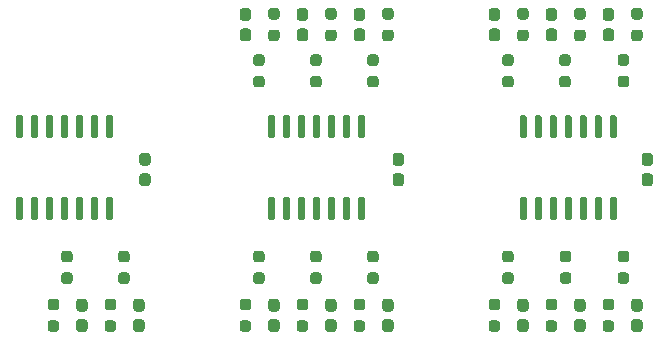
<source format=gbp>
%TF.GenerationSoftware,KiCad,Pcbnew,(5.1.9-0-10_14)*%
%TF.CreationDate,2021-06-23T09:28:56+02:00*%
%TF.ProjectId,MechanicalTheatre,4d656368-616e-4696-9361-6c5468656174,rev?*%
%TF.SameCoordinates,Original*%
%TF.FileFunction,Paste,Bot*%
%TF.FilePolarity,Positive*%
%FSLAX46Y46*%
G04 Gerber Fmt 4.6, Leading zero omitted, Abs format (unit mm)*
G04 Created by KiCad (PCBNEW (5.1.9-0-10_14)) date 2021-06-23 09:28:56*
%MOMM*%
%LPD*%
G01*
G04 APERTURE LIST*
G04 APERTURE END LIST*
%TO.C,R18*%
G36*
G01*
X120158500Y-181546000D02*
X120633500Y-181546000D01*
G75*
G02*
X120871000Y-181783500I0J-237500D01*
G01*
X120871000Y-182283500D01*
G75*
G02*
X120633500Y-182521000I-237500J0D01*
G01*
X120158500Y-182521000D01*
G75*
G02*
X119921000Y-182283500I0J237500D01*
G01*
X119921000Y-181783500D01*
G75*
G02*
X120158500Y-181546000I237500J0D01*
G01*
G37*
G36*
G01*
X120158500Y-179721000D02*
X120633500Y-179721000D01*
G75*
G02*
X120871000Y-179958500I0J-237500D01*
G01*
X120871000Y-180458500D01*
G75*
G02*
X120633500Y-180696000I-237500J0D01*
G01*
X120158500Y-180696000D01*
G75*
G02*
X119921000Y-180458500I0J237500D01*
G01*
X119921000Y-179958500D01*
G75*
G02*
X120158500Y-179721000I237500J0D01*
G01*
G37*
%TD*%
%TO.C,R19*%
G36*
G01*
X121364500Y-177482000D02*
X121839500Y-177482000D01*
G75*
G02*
X122077000Y-177719500I0J-237500D01*
G01*
X122077000Y-178219500D01*
G75*
G02*
X121839500Y-178457000I-237500J0D01*
G01*
X121364500Y-178457000D01*
G75*
G02*
X121127000Y-178219500I0J237500D01*
G01*
X121127000Y-177719500D01*
G75*
G02*
X121364500Y-177482000I237500J0D01*
G01*
G37*
G36*
G01*
X121364500Y-175657000D02*
X121839500Y-175657000D01*
G75*
G02*
X122077000Y-175894500I0J-237500D01*
G01*
X122077000Y-176394500D01*
G75*
G02*
X121839500Y-176632000I-237500J0D01*
G01*
X121364500Y-176632000D01*
G75*
G02*
X121127000Y-176394500I0J237500D01*
G01*
X121127000Y-175894500D01*
G75*
G02*
X121364500Y-175657000I237500J0D01*
G01*
G37*
%TD*%
%TO.C,U14*%
G36*
G01*
X83130000Y-166141000D02*
X82830000Y-166141000D01*
G75*
G02*
X82680000Y-165991000I0J150000D01*
G01*
X82680000Y-164316000D01*
G75*
G02*
X82830000Y-164166000I150000J0D01*
G01*
X83130000Y-164166000D01*
G75*
G02*
X83280000Y-164316000I0J-150000D01*
G01*
X83280000Y-165991000D01*
G75*
G02*
X83130000Y-166141000I-150000J0D01*
G01*
G37*
G36*
G01*
X81860000Y-166141000D02*
X81560000Y-166141000D01*
G75*
G02*
X81410000Y-165991000I0J150000D01*
G01*
X81410000Y-164316000D01*
G75*
G02*
X81560000Y-164166000I150000J0D01*
G01*
X81860000Y-164166000D01*
G75*
G02*
X82010000Y-164316000I0J-150000D01*
G01*
X82010000Y-165991000D01*
G75*
G02*
X81860000Y-166141000I-150000J0D01*
G01*
G37*
G36*
G01*
X80590000Y-166141000D02*
X80290000Y-166141000D01*
G75*
G02*
X80140000Y-165991000I0J150000D01*
G01*
X80140000Y-164316000D01*
G75*
G02*
X80290000Y-164166000I150000J0D01*
G01*
X80590000Y-164166000D01*
G75*
G02*
X80740000Y-164316000I0J-150000D01*
G01*
X80740000Y-165991000D01*
G75*
G02*
X80590000Y-166141000I-150000J0D01*
G01*
G37*
G36*
G01*
X79320000Y-166141000D02*
X79020000Y-166141000D01*
G75*
G02*
X78870000Y-165991000I0J150000D01*
G01*
X78870000Y-164316000D01*
G75*
G02*
X79020000Y-164166000I150000J0D01*
G01*
X79320000Y-164166000D01*
G75*
G02*
X79470000Y-164316000I0J-150000D01*
G01*
X79470000Y-165991000D01*
G75*
G02*
X79320000Y-166141000I-150000J0D01*
G01*
G37*
G36*
G01*
X78050000Y-166141000D02*
X77750000Y-166141000D01*
G75*
G02*
X77600000Y-165991000I0J150000D01*
G01*
X77600000Y-164316000D01*
G75*
G02*
X77750000Y-164166000I150000J0D01*
G01*
X78050000Y-164166000D01*
G75*
G02*
X78200000Y-164316000I0J-150000D01*
G01*
X78200000Y-165991000D01*
G75*
G02*
X78050000Y-166141000I-150000J0D01*
G01*
G37*
G36*
G01*
X76780000Y-166141000D02*
X76480000Y-166141000D01*
G75*
G02*
X76330000Y-165991000I0J150000D01*
G01*
X76330000Y-164316000D01*
G75*
G02*
X76480000Y-164166000I150000J0D01*
G01*
X76780000Y-164166000D01*
G75*
G02*
X76930000Y-164316000I0J-150000D01*
G01*
X76930000Y-165991000D01*
G75*
G02*
X76780000Y-166141000I-150000J0D01*
G01*
G37*
G36*
G01*
X75510000Y-166141000D02*
X75210000Y-166141000D01*
G75*
G02*
X75060000Y-165991000I0J150000D01*
G01*
X75060000Y-164316000D01*
G75*
G02*
X75210000Y-164166000I150000J0D01*
G01*
X75510000Y-164166000D01*
G75*
G02*
X75660000Y-164316000I0J-150000D01*
G01*
X75660000Y-165991000D01*
G75*
G02*
X75510000Y-166141000I-150000J0D01*
G01*
G37*
G36*
G01*
X75510000Y-173066000D02*
X75210000Y-173066000D01*
G75*
G02*
X75060000Y-172916000I0J150000D01*
G01*
X75060000Y-171241000D01*
G75*
G02*
X75210000Y-171091000I150000J0D01*
G01*
X75510000Y-171091000D01*
G75*
G02*
X75660000Y-171241000I0J-150000D01*
G01*
X75660000Y-172916000D01*
G75*
G02*
X75510000Y-173066000I-150000J0D01*
G01*
G37*
G36*
G01*
X76780000Y-173066000D02*
X76480000Y-173066000D01*
G75*
G02*
X76330000Y-172916000I0J150000D01*
G01*
X76330000Y-171241000D01*
G75*
G02*
X76480000Y-171091000I150000J0D01*
G01*
X76780000Y-171091000D01*
G75*
G02*
X76930000Y-171241000I0J-150000D01*
G01*
X76930000Y-172916000D01*
G75*
G02*
X76780000Y-173066000I-150000J0D01*
G01*
G37*
G36*
G01*
X78050000Y-173066000D02*
X77750000Y-173066000D01*
G75*
G02*
X77600000Y-172916000I0J150000D01*
G01*
X77600000Y-171241000D01*
G75*
G02*
X77750000Y-171091000I150000J0D01*
G01*
X78050000Y-171091000D01*
G75*
G02*
X78200000Y-171241000I0J-150000D01*
G01*
X78200000Y-172916000D01*
G75*
G02*
X78050000Y-173066000I-150000J0D01*
G01*
G37*
G36*
G01*
X79320000Y-173066000D02*
X79020000Y-173066000D01*
G75*
G02*
X78870000Y-172916000I0J150000D01*
G01*
X78870000Y-171241000D01*
G75*
G02*
X79020000Y-171091000I150000J0D01*
G01*
X79320000Y-171091000D01*
G75*
G02*
X79470000Y-171241000I0J-150000D01*
G01*
X79470000Y-172916000D01*
G75*
G02*
X79320000Y-173066000I-150000J0D01*
G01*
G37*
G36*
G01*
X80590000Y-173066000D02*
X80290000Y-173066000D01*
G75*
G02*
X80140000Y-172916000I0J150000D01*
G01*
X80140000Y-171241000D01*
G75*
G02*
X80290000Y-171091000I150000J0D01*
G01*
X80590000Y-171091000D01*
G75*
G02*
X80740000Y-171241000I0J-150000D01*
G01*
X80740000Y-172916000D01*
G75*
G02*
X80590000Y-173066000I-150000J0D01*
G01*
G37*
G36*
G01*
X81860000Y-173066000D02*
X81560000Y-173066000D01*
G75*
G02*
X81410000Y-172916000I0J150000D01*
G01*
X81410000Y-171241000D01*
G75*
G02*
X81560000Y-171091000I150000J0D01*
G01*
X81860000Y-171091000D01*
G75*
G02*
X82010000Y-171241000I0J-150000D01*
G01*
X82010000Y-172916000D01*
G75*
G02*
X81860000Y-173066000I-150000J0D01*
G01*
G37*
G36*
G01*
X83130000Y-173066000D02*
X82830000Y-173066000D01*
G75*
G02*
X82680000Y-172916000I0J150000D01*
G01*
X82680000Y-171241000D01*
G75*
G02*
X82830000Y-171091000I150000J0D01*
G01*
X83130000Y-171091000D01*
G75*
G02*
X83280000Y-171241000I0J-150000D01*
G01*
X83280000Y-172916000D01*
G75*
G02*
X83130000Y-173066000I-150000J0D01*
G01*
G37*
%TD*%
%TO.C,U10*%
G36*
G01*
X104456000Y-166141000D02*
X104156000Y-166141000D01*
G75*
G02*
X104006000Y-165991000I0J150000D01*
G01*
X104006000Y-164316000D01*
G75*
G02*
X104156000Y-164166000I150000J0D01*
G01*
X104456000Y-164166000D01*
G75*
G02*
X104606000Y-164316000I0J-150000D01*
G01*
X104606000Y-165991000D01*
G75*
G02*
X104456000Y-166141000I-150000J0D01*
G01*
G37*
G36*
G01*
X103186000Y-166141000D02*
X102886000Y-166141000D01*
G75*
G02*
X102736000Y-165991000I0J150000D01*
G01*
X102736000Y-164316000D01*
G75*
G02*
X102886000Y-164166000I150000J0D01*
G01*
X103186000Y-164166000D01*
G75*
G02*
X103336000Y-164316000I0J-150000D01*
G01*
X103336000Y-165991000D01*
G75*
G02*
X103186000Y-166141000I-150000J0D01*
G01*
G37*
G36*
G01*
X101916000Y-166141000D02*
X101616000Y-166141000D01*
G75*
G02*
X101466000Y-165991000I0J150000D01*
G01*
X101466000Y-164316000D01*
G75*
G02*
X101616000Y-164166000I150000J0D01*
G01*
X101916000Y-164166000D01*
G75*
G02*
X102066000Y-164316000I0J-150000D01*
G01*
X102066000Y-165991000D01*
G75*
G02*
X101916000Y-166141000I-150000J0D01*
G01*
G37*
G36*
G01*
X100646000Y-166141000D02*
X100346000Y-166141000D01*
G75*
G02*
X100196000Y-165991000I0J150000D01*
G01*
X100196000Y-164316000D01*
G75*
G02*
X100346000Y-164166000I150000J0D01*
G01*
X100646000Y-164166000D01*
G75*
G02*
X100796000Y-164316000I0J-150000D01*
G01*
X100796000Y-165991000D01*
G75*
G02*
X100646000Y-166141000I-150000J0D01*
G01*
G37*
G36*
G01*
X99376000Y-166141000D02*
X99076000Y-166141000D01*
G75*
G02*
X98926000Y-165991000I0J150000D01*
G01*
X98926000Y-164316000D01*
G75*
G02*
X99076000Y-164166000I150000J0D01*
G01*
X99376000Y-164166000D01*
G75*
G02*
X99526000Y-164316000I0J-150000D01*
G01*
X99526000Y-165991000D01*
G75*
G02*
X99376000Y-166141000I-150000J0D01*
G01*
G37*
G36*
G01*
X98106000Y-166141000D02*
X97806000Y-166141000D01*
G75*
G02*
X97656000Y-165991000I0J150000D01*
G01*
X97656000Y-164316000D01*
G75*
G02*
X97806000Y-164166000I150000J0D01*
G01*
X98106000Y-164166000D01*
G75*
G02*
X98256000Y-164316000I0J-150000D01*
G01*
X98256000Y-165991000D01*
G75*
G02*
X98106000Y-166141000I-150000J0D01*
G01*
G37*
G36*
G01*
X96836000Y-166141000D02*
X96536000Y-166141000D01*
G75*
G02*
X96386000Y-165991000I0J150000D01*
G01*
X96386000Y-164316000D01*
G75*
G02*
X96536000Y-164166000I150000J0D01*
G01*
X96836000Y-164166000D01*
G75*
G02*
X96986000Y-164316000I0J-150000D01*
G01*
X96986000Y-165991000D01*
G75*
G02*
X96836000Y-166141000I-150000J0D01*
G01*
G37*
G36*
G01*
X96836000Y-173066000D02*
X96536000Y-173066000D01*
G75*
G02*
X96386000Y-172916000I0J150000D01*
G01*
X96386000Y-171241000D01*
G75*
G02*
X96536000Y-171091000I150000J0D01*
G01*
X96836000Y-171091000D01*
G75*
G02*
X96986000Y-171241000I0J-150000D01*
G01*
X96986000Y-172916000D01*
G75*
G02*
X96836000Y-173066000I-150000J0D01*
G01*
G37*
G36*
G01*
X98106000Y-173066000D02*
X97806000Y-173066000D01*
G75*
G02*
X97656000Y-172916000I0J150000D01*
G01*
X97656000Y-171241000D01*
G75*
G02*
X97806000Y-171091000I150000J0D01*
G01*
X98106000Y-171091000D01*
G75*
G02*
X98256000Y-171241000I0J-150000D01*
G01*
X98256000Y-172916000D01*
G75*
G02*
X98106000Y-173066000I-150000J0D01*
G01*
G37*
G36*
G01*
X99376000Y-173066000D02*
X99076000Y-173066000D01*
G75*
G02*
X98926000Y-172916000I0J150000D01*
G01*
X98926000Y-171241000D01*
G75*
G02*
X99076000Y-171091000I150000J0D01*
G01*
X99376000Y-171091000D01*
G75*
G02*
X99526000Y-171241000I0J-150000D01*
G01*
X99526000Y-172916000D01*
G75*
G02*
X99376000Y-173066000I-150000J0D01*
G01*
G37*
G36*
G01*
X100646000Y-173066000D02*
X100346000Y-173066000D01*
G75*
G02*
X100196000Y-172916000I0J150000D01*
G01*
X100196000Y-171241000D01*
G75*
G02*
X100346000Y-171091000I150000J0D01*
G01*
X100646000Y-171091000D01*
G75*
G02*
X100796000Y-171241000I0J-150000D01*
G01*
X100796000Y-172916000D01*
G75*
G02*
X100646000Y-173066000I-150000J0D01*
G01*
G37*
G36*
G01*
X101916000Y-173066000D02*
X101616000Y-173066000D01*
G75*
G02*
X101466000Y-172916000I0J150000D01*
G01*
X101466000Y-171241000D01*
G75*
G02*
X101616000Y-171091000I150000J0D01*
G01*
X101916000Y-171091000D01*
G75*
G02*
X102066000Y-171241000I0J-150000D01*
G01*
X102066000Y-172916000D01*
G75*
G02*
X101916000Y-173066000I-150000J0D01*
G01*
G37*
G36*
G01*
X103186000Y-173066000D02*
X102886000Y-173066000D01*
G75*
G02*
X102736000Y-172916000I0J150000D01*
G01*
X102736000Y-171241000D01*
G75*
G02*
X102886000Y-171091000I150000J0D01*
G01*
X103186000Y-171091000D01*
G75*
G02*
X103336000Y-171241000I0J-150000D01*
G01*
X103336000Y-172916000D01*
G75*
G02*
X103186000Y-173066000I-150000J0D01*
G01*
G37*
G36*
G01*
X104456000Y-173066000D02*
X104156000Y-173066000D01*
G75*
G02*
X104006000Y-172916000I0J150000D01*
G01*
X104006000Y-171241000D01*
G75*
G02*
X104156000Y-171091000I150000J0D01*
G01*
X104456000Y-171091000D01*
G75*
G02*
X104606000Y-171241000I0J-150000D01*
G01*
X104606000Y-172916000D01*
G75*
G02*
X104456000Y-173066000I-150000J0D01*
G01*
G37*
%TD*%
%TO.C,U6*%
G36*
G01*
X125781000Y-166141000D02*
X125481000Y-166141000D01*
G75*
G02*
X125331000Y-165991000I0J150000D01*
G01*
X125331000Y-164316000D01*
G75*
G02*
X125481000Y-164166000I150000J0D01*
G01*
X125781000Y-164166000D01*
G75*
G02*
X125931000Y-164316000I0J-150000D01*
G01*
X125931000Y-165991000D01*
G75*
G02*
X125781000Y-166141000I-150000J0D01*
G01*
G37*
G36*
G01*
X124511000Y-166141000D02*
X124211000Y-166141000D01*
G75*
G02*
X124061000Y-165991000I0J150000D01*
G01*
X124061000Y-164316000D01*
G75*
G02*
X124211000Y-164166000I150000J0D01*
G01*
X124511000Y-164166000D01*
G75*
G02*
X124661000Y-164316000I0J-150000D01*
G01*
X124661000Y-165991000D01*
G75*
G02*
X124511000Y-166141000I-150000J0D01*
G01*
G37*
G36*
G01*
X123241000Y-166141000D02*
X122941000Y-166141000D01*
G75*
G02*
X122791000Y-165991000I0J150000D01*
G01*
X122791000Y-164316000D01*
G75*
G02*
X122941000Y-164166000I150000J0D01*
G01*
X123241000Y-164166000D01*
G75*
G02*
X123391000Y-164316000I0J-150000D01*
G01*
X123391000Y-165991000D01*
G75*
G02*
X123241000Y-166141000I-150000J0D01*
G01*
G37*
G36*
G01*
X121971000Y-166141000D02*
X121671000Y-166141000D01*
G75*
G02*
X121521000Y-165991000I0J150000D01*
G01*
X121521000Y-164316000D01*
G75*
G02*
X121671000Y-164166000I150000J0D01*
G01*
X121971000Y-164166000D01*
G75*
G02*
X122121000Y-164316000I0J-150000D01*
G01*
X122121000Y-165991000D01*
G75*
G02*
X121971000Y-166141000I-150000J0D01*
G01*
G37*
G36*
G01*
X120701000Y-166141000D02*
X120401000Y-166141000D01*
G75*
G02*
X120251000Y-165991000I0J150000D01*
G01*
X120251000Y-164316000D01*
G75*
G02*
X120401000Y-164166000I150000J0D01*
G01*
X120701000Y-164166000D01*
G75*
G02*
X120851000Y-164316000I0J-150000D01*
G01*
X120851000Y-165991000D01*
G75*
G02*
X120701000Y-166141000I-150000J0D01*
G01*
G37*
G36*
G01*
X119431000Y-166141000D02*
X119131000Y-166141000D01*
G75*
G02*
X118981000Y-165991000I0J150000D01*
G01*
X118981000Y-164316000D01*
G75*
G02*
X119131000Y-164166000I150000J0D01*
G01*
X119431000Y-164166000D01*
G75*
G02*
X119581000Y-164316000I0J-150000D01*
G01*
X119581000Y-165991000D01*
G75*
G02*
X119431000Y-166141000I-150000J0D01*
G01*
G37*
G36*
G01*
X118161000Y-166141000D02*
X117861000Y-166141000D01*
G75*
G02*
X117711000Y-165991000I0J150000D01*
G01*
X117711000Y-164316000D01*
G75*
G02*
X117861000Y-164166000I150000J0D01*
G01*
X118161000Y-164166000D01*
G75*
G02*
X118311000Y-164316000I0J-150000D01*
G01*
X118311000Y-165991000D01*
G75*
G02*
X118161000Y-166141000I-150000J0D01*
G01*
G37*
G36*
G01*
X118161000Y-173066000D02*
X117861000Y-173066000D01*
G75*
G02*
X117711000Y-172916000I0J150000D01*
G01*
X117711000Y-171241000D01*
G75*
G02*
X117861000Y-171091000I150000J0D01*
G01*
X118161000Y-171091000D01*
G75*
G02*
X118311000Y-171241000I0J-150000D01*
G01*
X118311000Y-172916000D01*
G75*
G02*
X118161000Y-173066000I-150000J0D01*
G01*
G37*
G36*
G01*
X119431000Y-173066000D02*
X119131000Y-173066000D01*
G75*
G02*
X118981000Y-172916000I0J150000D01*
G01*
X118981000Y-171241000D01*
G75*
G02*
X119131000Y-171091000I150000J0D01*
G01*
X119431000Y-171091000D01*
G75*
G02*
X119581000Y-171241000I0J-150000D01*
G01*
X119581000Y-172916000D01*
G75*
G02*
X119431000Y-173066000I-150000J0D01*
G01*
G37*
G36*
G01*
X120701000Y-173066000D02*
X120401000Y-173066000D01*
G75*
G02*
X120251000Y-172916000I0J150000D01*
G01*
X120251000Y-171241000D01*
G75*
G02*
X120401000Y-171091000I150000J0D01*
G01*
X120701000Y-171091000D01*
G75*
G02*
X120851000Y-171241000I0J-150000D01*
G01*
X120851000Y-172916000D01*
G75*
G02*
X120701000Y-173066000I-150000J0D01*
G01*
G37*
G36*
G01*
X121971000Y-173066000D02*
X121671000Y-173066000D01*
G75*
G02*
X121521000Y-172916000I0J150000D01*
G01*
X121521000Y-171241000D01*
G75*
G02*
X121671000Y-171091000I150000J0D01*
G01*
X121971000Y-171091000D01*
G75*
G02*
X122121000Y-171241000I0J-150000D01*
G01*
X122121000Y-172916000D01*
G75*
G02*
X121971000Y-173066000I-150000J0D01*
G01*
G37*
G36*
G01*
X123241000Y-173066000D02*
X122941000Y-173066000D01*
G75*
G02*
X122791000Y-172916000I0J150000D01*
G01*
X122791000Y-171241000D01*
G75*
G02*
X122941000Y-171091000I150000J0D01*
G01*
X123241000Y-171091000D01*
G75*
G02*
X123391000Y-171241000I0J-150000D01*
G01*
X123391000Y-172916000D01*
G75*
G02*
X123241000Y-173066000I-150000J0D01*
G01*
G37*
G36*
G01*
X124511000Y-173066000D02*
X124211000Y-173066000D01*
G75*
G02*
X124061000Y-172916000I0J150000D01*
G01*
X124061000Y-171241000D01*
G75*
G02*
X124211000Y-171091000I150000J0D01*
G01*
X124511000Y-171091000D01*
G75*
G02*
X124661000Y-171241000I0J-150000D01*
G01*
X124661000Y-172916000D01*
G75*
G02*
X124511000Y-173066000I-150000J0D01*
G01*
G37*
G36*
G01*
X125781000Y-173066000D02*
X125481000Y-173066000D01*
G75*
G02*
X125331000Y-172916000I0J150000D01*
G01*
X125331000Y-171241000D01*
G75*
G02*
X125481000Y-171091000I150000J0D01*
G01*
X125781000Y-171091000D01*
G75*
G02*
X125931000Y-171241000I0J-150000D01*
G01*
X125931000Y-172916000D01*
G75*
G02*
X125781000Y-173066000I-150000J0D01*
G01*
G37*
%TD*%
%TO.C,R67*%
G36*
G01*
X79137500Y-177482000D02*
X79612500Y-177482000D01*
G75*
G02*
X79850000Y-177719500I0J-237500D01*
G01*
X79850000Y-178219500D01*
G75*
G02*
X79612500Y-178457000I-237500J0D01*
G01*
X79137500Y-178457000D01*
G75*
G02*
X78900000Y-178219500I0J237500D01*
G01*
X78900000Y-177719500D01*
G75*
G02*
X79137500Y-177482000I237500J0D01*
G01*
G37*
G36*
G01*
X79137500Y-175657000D02*
X79612500Y-175657000D01*
G75*
G02*
X79850000Y-175894500I0J-237500D01*
G01*
X79850000Y-176394500D01*
G75*
G02*
X79612500Y-176632000I-237500J0D01*
G01*
X79137500Y-176632000D01*
G75*
G02*
X78900000Y-176394500I0J237500D01*
G01*
X78900000Y-175894500D01*
G75*
G02*
X79137500Y-175657000I237500J0D01*
G01*
G37*
%TD*%
%TO.C,R66*%
G36*
G01*
X77994500Y-181546000D02*
X78469500Y-181546000D01*
G75*
G02*
X78707000Y-181783500I0J-237500D01*
G01*
X78707000Y-182283500D01*
G75*
G02*
X78469500Y-182521000I-237500J0D01*
G01*
X77994500Y-182521000D01*
G75*
G02*
X77757000Y-182283500I0J237500D01*
G01*
X77757000Y-181783500D01*
G75*
G02*
X77994500Y-181546000I237500J0D01*
G01*
G37*
G36*
G01*
X77994500Y-179721000D02*
X78469500Y-179721000D01*
G75*
G02*
X78707000Y-179958500I0J-237500D01*
G01*
X78707000Y-180458500D01*
G75*
G02*
X78469500Y-180696000I-237500J0D01*
G01*
X77994500Y-180696000D01*
G75*
G02*
X77757000Y-180458500I0J237500D01*
G01*
X77757000Y-179958500D01*
G75*
G02*
X77994500Y-179721000I237500J0D01*
G01*
G37*
%TD*%
%TO.C,R63*%
G36*
G01*
X83963500Y-177482000D02*
X84438500Y-177482000D01*
G75*
G02*
X84676000Y-177719500I0J-237500D01*
G01*
X84676000Y-178219500D01*
G75*
G02*
X84438500Y-178457000I-237500J0D01*
G01*
X83963500Y-178457000D01*
G75*
G02*
X83726000Y-178219500I0J237500D01*
G01*
X83726000Y-177719500D01*
G75*
G02*
X83963500Y-177482000I237500J0D01*
G01*
G37*
G36*
G01*
X83963500Y-175657000D02*
X84438500Y-175657000D01*
G75*
G02*
X84676000Y-175894500I0J-237500D01*
G01*
X84676000Y-176394500D01*
G75*
G02*
X84438500Y-176632000I-237500J0D01*
G01*
X83963500Y-176632000D01*
G75*
G02*
X83726000Y-176394500I0J237500D01*
G01*
X83726000Y-175894500D01*
G75*
G02*
X83963500Y-175657000I237500J0D01*
G01*
G37*
%TD*%
%TO.C,R62*%
G36*
G01*
X82820500Y-181546000D02*
X83295500Y-181546000D01*
G75*
G02*
X83533000Y-181783500I0J-237500D01*
G01*
X83533000Y-182283500D01*
G75*
G02*
X83295500Y-182521000I-237500J0D01*
G01*
X82820500Y-182521000D01*
G75*
G02*
X82583000Y-182283500I0J237500D01*
G01*
X82583000Y-181783500D01*
G75*
G02*
X82820500Y-181546000I237500J0D01*
G01*
G37*
G36*
G01*
X82820500Y-179721000D02*
X83295500Y-179721000D01*
G75*
G02*
X83533000Y-179958500I0J-237500D01*
G01*
X83533000Y-180458500D01*
G75*
G02*
X83295500Y-180696000I-237500J0D01*
G01*
X82820500Y-180696000D01*
G75*
G02*
X82583000Y-180458500I0J237500D01*
G01*
X82583000Y-179958500D01*
G75*
G02*
X82820500Y-179721000I237500J0D01*
G01*
G37*
%TD*%
%TO.C,R59*%
G36*
G01*
X105520500Y-159995000D02*
X105045500Y-159995000D01*
G75*
G02*
X104808000Y-159757500I0J237500D01*
G01*
X104808000Y-159257500D01*
G75*
G02*
X105045500Y-159020000I237500J0D01*
G01*
X105520500Y-159020000D01*
G75*
G02*
X105758000Y-159257500I0J-237500D01*
G01*
X105758000Y-159757500D01*
G75*
G02*
X105520500Y-159995000I-237500J0D01*
G01*
G37*
G36*
G01*
X105520500Y-161820000D02*
X105045500Y-161820000D01*
G75*
G02*
X104808000Y-161582500I0J237500D01*
G01*
X104808000Y-161082500D01*
G75*
G02*
X105045500Y-160845000I237500J0D01*
G01*
X105520500Y-160845000D01*
G75*
G02*
X105758000Y-161082500I0J-237500D01*
G01*
X105758000Y-161582500D01*
G75*
G02*
X105520500Y-161820000I-237500J0D01*
G01*
G37*
%TD*%
%TO.C,R58*%
G36*
G01*
X106790500Y-156081000D02*
X106315500Y-156081000D01*
G75*
G02*
X106078000Y-155843500I0J237500D01*
G01*
X106078000Y-155343500D01*
G75*
G02*
X106315500Y-155106000I237500J0D01*
G01*
X106790500Y-155106000D01*
G75*
G02*
X107028000Y-155343500I0J-237500D01*
G01*
X107028000Y-155843500D01*
G75*
G02*
X106790500Y-156081000I-237500J0D01*
G01*
G37*
G36*
G01*
X106790500Y-157906000D02*
X106315500Y-157906000D01*
G75*
G02*
X106078000Y-157668500I0J237500D01*
G01*
X106078000Y-157168500D01*
G75*
G02*
X106315500Y-156931000I237500J0D01*
G01*
X106790500Y-156931000D01*
G75*
G02*
X107028000Y-157168500I0J-237500D01*
G01*
X107028000Y-157668500D01*
G75*
G02*
X106790500Y-157906000I-237500J0D01*
G01*
G37*
%TD*%
%TO.C,R55*%
G36*
G01*
X100694500Y-159995000D02*
X100219500Y-159995000D01*
G75*
G02*
X99982000Y-159757500I0J237500D01*
G01*
X99982000Y-159257500D01*
G75*
G02*
X100219500Y-159020000I237500J0D01*
G01*
X100694500Y-159020000D01*
G75*
G02*
X100932000Y-159257500I0J-237500D01*
G01*
X100932000Y-159757500D01*
G75*
G02*
X100694500Y-159995000I-237500J0D01*
G01*
G37*
G36*
G01*
X100694500Y-161820000D02*
X100219500Y-161820000D01*
G75*
G02*
X99982000Y-161582500I0J237500D01*
G01*
X99982000Y-161082500D01*
G75*
G02*
X100219500Y-160845000I237500J0D01*
G01*
X100694500Y-160845000D01*
G75*
G02*
X100932000Y-161082500I0J-237500D01*
G01*
X100932000Y-161582500D01*
G75*
G02*
X100694500Y-161820000I-237500J0D01*
G01*
G37*
%TD*%
%TO.C,R54*%
G36*
G01*
X101964500Y-156081000D02*
X101489500Y-156081000D01*
G75*
G02*
X101252000Y-155843500I0J237500D01*
G01*
X101252000Y-155343500D01*
G75*
G02*
X101489500Y-155106000I237500J0D01*
G01*
X101964500Y-155106000D01*
G75*
G02*
X102202000Y-155343500I0J-237500D01*
G01*
X102202000Y-155843500D01*
G75*
G02*
X101964500Y-156081000I-237500J0D01*
G01*
G37*
G36*
G01*
X101964500Y-157906000D02*
X101489500Y-157906000D01*
G75*
G02*
X101252000Y-157668500I0J237500D01*
G01*
X101252000Y-157168500D01*
G75*
G02*
X101489500Y-156931000I237500J0D01*
G01*
X101964500Y-156931000D01*
G75*
G02*
X102202000Y-157168500I0J-237500D01*
G01*
X102202000Y-157668500D01*
G75*
G02*
X101964500Y-157906000I-237500J0D01*
G01*
G37*
%TD*%
%TO.C,R51*%
G36*
G01*
X100694500Y-176632000D02*
X100219500Y-176632000D01*
G75*
G02*
X99982000Y-176394500I0J237500D01*
G01*
X99982000Y-175894500D01*
G75*
G02*
X100219500Y-175657000I237500J0D01*
G01*
X100694500Y-175657000D01*
G75*
G02*
X100932000Y-175894500I0J-237500D01*
G01*
X100932000Y-176394500D01*
G75*
G02*
X100694500Y-176632000I-237500J0D01*
G01*
G37*
G36*
G01*
X100694500Y-178457000D02*
X100219500Y-178457000D01*
G75*
G02*
X99982000Y-178219500I0J237500D01*
G01*
X99982000Y-177719500D01*
G75*
G02*
X100219500Y-177482000I237500J0D01*
G01*
X100694500Y-177482000D01*
G75*
G02*
X100932000Y-177719500I0J-237500D01*
G01*
X100932000Y-178219500D01*
G75*
G02*
X100694500Y-178457000I-237500J0D01*
G01*
G37*
%TD*%
%TO.C,R50*%
G36*
G01*
X99076500Y-181546000D02*
X99551500Y-181546000D01*
G75*
G02*
X99789000Y-181783500I0J-237500D01*
G01*
X99789000Y-182283500D01*
G75*
G02*
X99551500Y-182521000I-237500J0D01*
G01*
X99076500Y-182521000D01*
G75*
G02*
X98839000Y-182283500I0J237500D01*
G01*
X98839000Y-181783500D01*
G75*
G02*
X99076500Y-181546000I237500J0D01*
G01*
G37*
G36*
G01*
X99076500Y-179721000D02*
X99551500Y-179721000D01*
G75*
G02*
X99789000Y-179958500I0J-237500D01*
G01*
X99789000Y-180458500D01*
G75*
G02*
X99551500Y-180696000I-237500J0D01*
G01*
X99076500Y-180696000D01*
G75*
G02*
X98839000Y-180458500I0J237500D01*
G01*
X98839000Y-179958500D01*
G75*
G02*
X99076500Y-179721000I237500J0D01*
G01*
G37*
%TD*%
%TO.C,R47*%
G36*
G01*
X95393500Y-177482000D02*
X95868500Y-177482000D01*
G75*
G02*
X96106000Y-177719500I0J-237500D01*
G01*
X96106000Y-178219500D01*
G75*
G02*
X95868500Y-178457000I-237500J0D01*
G01*
X95393500Y-178457000D01*
G75*
G02*
X95156000Y-178219500I0J237500D01*
G01*
X95156000Y-177719500D01*
G75*
G02*
X95393500Y-177482000I237500J0D01*
G01*
G37*
G36*
G01*
X95393500Y-175657000D02*
X95868500Y-175657000D01*
G75*
G02*
X96106000Y-175894500I0J-237500D01*
G01*
X96106000Y-176394500D01*
G75*
G02*
X95868500Y-176632000I-237500J0D01*
G01*
X95393500Y-176632000D01*
G75*
G02*
X95156000Y-176394500I0J237500D01*
G01*
X95156000Y-175894500D01*
G75*
G02*
X95393500Y-175657000I237500J0D01*
G01*
G37*
%TD*%
%TO.C,R46*%
G36*
G01*
X94250500Y-181546000D02*
X94725500Y-181546000D01*
G75*
G02*
X94963000Y-181783500I0J-237500D01*
G01*
X94963000Y-182283500D01*
G75*
G02*
X94725500Y-182521000I-237500J0D01*
G01*
X94250500Y-182521000D01*
G75*
G02*
X94013000Y-182283500I0J237500D01*
G01*
X94013000Y-181783500D01*
G75*
G02*
X94250500Y-181546000I237500J0D01*
G01*
G37*
G36*
G01*
X94250500Y-179721000D02*
X94725500Y-179721000D01*
G75*
G02*
X94963000Y-179958500I0J-237500D01*
G01*
X94963000Y-180458500D01*
G75*
G02*
X94725500Y-180696000I-237500J0D01*
G01*
X94250500Y-180696000D01*
G75*
G02*
X94013000Y-180458500I0J237500D01*
G01*
X94013000Y-179958500D01*
G75*
G02*
X94250500Y-179721000I237500J0D01*
G01*
G37*
%TD*%
%TO.C,R43*%
G36*
G01*
X95868500Y-159995000D02*
X95393500Y-159995000D01*
G75*
G02*
X95156000Y-159757500I0J237500D01*
G01*
X95156000Y-159257500D01*
G75*
G02*
X95393500Y-159020000I237500J0D01*
G01*
X95868500Y-159020000D01*
G75*
G02*
X96106000Y-159257500I0J-237500D01*
G01*
X96106000Y-159757500D01*
G75*
G02*
X95868500Y-159995000I-237500J0D01*
G01*
G37*
G36*
G01*
X95868500Y-161820000D02*
X95393500Y-161820000D01*
G75*
G02*
X95156000Y-161582500I0J237500D01*
G01*
X95156000Y-161082500D01*
G75*
G02*
X95393500Y-160845000I237500J0D01*
G01*
X95868500Y-160845000D01*
G75*
G02*
X96106000Y-161082500I0J-237500D01*
G01*
X96106000Y-161582500D01*
G75*
G02*
X95868500Y-161820000I-237500J0D01*
G01*
G37*
%TD*%
%TO.C,R42*%
G36*
G01*
X97138500Y-156081000D02*
X96663500Y-156081000D01*
G75*
G02*
X96426000Y-155843500I0J237500D01*
G01*
X96426000Y-155343500D01*
G75*
G02*
X96663500Y-155106000I237500J0D01*
G01*
X97138500Y-155106000D01*
G75*
G02*
X97376000Y-155343500I0J-237500D01*
G01*
X97376000Y-155843500D01*
G75*
G02*
X97138500Y-156081000I-237500J0D01*
G01*
G37*
G36*
G01*
X97138500Y-157906000D02*
X96663500Y-157906000D01*
G75*
G02*
X96426000Y-157668500I0J237500D01*
G01*
X96426000Y-157168500D01*
G75*
G02*
X96663500Y-156931000I237500J0D01*
G01*
X97138500Y-156931000D01*
G75*
G02*
X97376000Y-157168500I0J-237500D01*
G01*
X97376000Y-157668500D01*
G75*
G02*
X97138500Y-157906000I-237500J0D01*
G01*
G37*
%TD*%
%TO.C,R39*%
G36*
G01*
X105045500Y-177482000D02*
X105520500Y-177482000D01*
G75*
G02*
X105758000Y-177719500I0J-237500D01*
G01*
X105758000Y-178219500D01*
G75*
G02*
X105520500Y-178457000I-237500J0D01*
G01*
X105045500Y-178457000D01*
G75*
G02*
X104808000Y-178219500I0J237500D01*
G01*
X104808000Y-177719500D01*
G75*
G02*
X105045500Y-177482000I237500J0D01*
G01*
G37*
G36*
G01*
X105045500Y-175657000D02*
X105520500Y-175657000D01*
G75*
G02*
X105758000Y-175894500I0J-237500D01*
G01*
X105758000Y-176394500D01*
G75*
G02*
X105520500Y-176632000I-237500J0D01*
G01*
X105045500Y-176632000D01*
G75*
G02*
X104808000Y-176394500I0J237500D01*
G01*
X104808000Y-175894500D01*
G75*
G02*
X105045500Y-175657000I237500J0D01*
G01*
G37*
%TD*%
%TO.C,R38*%
G36*
G01*
X103902500Y-181546000D02*
X104377500Y-181546000D01*
G75*
G02*
X104615000Y-181783500I0J-237500D01*
G01*
X104615000Y-182283500D01*
G75*
G02*
X104377500Y-182521000I-237500J0D01*
G01*
X103902500Y-182521000D01*
G75*
G02*
X103665000Y-182283500I0J237500D01*
G01*
X103665000Y-181783500D01*
G75*
G02*
X103902500Y-181546000I237500J0D01*
G01*
G37*
G36*
G01*
X103902500Y-179721000D02*
X104377500Y-179721000D01*
G75*
G02*
X104615000Y-179958500I0J-237500D01*
G01*
X104615000Y-180458500D01*
G75*
G02*
X104377500Y-180696000I-237500J0D01*
G01*
X103902500Y-180696000D01*
G75*
G02*
X103665000Y-180458500I0J237500D01*
G01*
X103665000Y-179958500D01*
G75*
G02*
X103902500Y-179721000I237500J0D01*
G01*
G37*
%TD*%
%TO.C,R35*%
G36*
G01*
X126729500Y-159995000D02*
X126254500Y-159995000D01*
G75*
G02*
X126017000Y-159757500I0J237500D01*
G01*
X126017000Y-159257500D01*
G75*
G02*
X126254500Y-159020000I237500J0D01*
G01*
X126729500Y-159020000D01*
G75*
G02*
X126967000Y-159257500I0J-237500D01*
G01*
X126967000Y-159757500D01*
G75*
G02*
X126729500Y-159995000I-237500J0D01*
G01*
G37*
G36*
G01*
X126729500Y-161820000D02*
X126254500Y-161820000D01*
G75*
G02*
X126017000Y-161582500I0J237500D01*
G01*
X126017000Y-161082500D01*
G75*
G02*
X126254500Y-160845000I237500J0D01*
G01*
X126729500Y-160845000D01*
G75*
G02*
X126967000Y-161082500I0J-237500D01*
G01*
X126967000Y-161582500D01*
G75*
G02*
X126729500Y-161820000I-237500J0D01*
G01*
G37*
%TD*%
%TO.C,R34*%
G36*
G01*
X127872500Y-156081000D02*
X127397500Y-156081000D01*
G75*
G02*
X127160000Y-155843500I0J237500D01*
G01*
X127160000Y-155343500D01*
G75*
G02*
X127397500Y-155106000I237500J0D01*
G01*
X127872500Y-155106000D01*
G75*
G02*
X128110000Y-155343500I0J-237500D01*
G01*
X128110000Y-155843500D01*
G75*
G02*
X127872500Y-156081000I-237500J0D01*
G01*
G37*
G36*
G01*
X127872500Y-157906000D02*
X127397500Y-157906000D01*
G75*
G02*
X127160000Y-157668500I0J237500D01*
G01*
X127160000Y-157168500D01*
G75*
G02*
X127397500Y-156931000I237500J0D01*
G01*
X127872500Y-156931000D01*
G75*
G02*
X128110000Y-157168500I0J-237500D01*
G01*
X128110000Y-157668500D01*
G75*
G02*
X127872500Y-157906000I-237500J0D01*
G01*
G37*
%TD*%
%TO.C,R31*%
G36*
G01*
X121776500Y-159995000D02*
X121301500Y-159995000D01*
G75*
G02*
X121064000Y-159757500I0J237500D01*
G01*
X121064000Y-159257500D01*
G75*
G02*
X121301500Y-159020000I237500J0D01*
G01*
X121776500Y-159020000D01*
G75*
G02*
X122014000Y-159257500I0J-237500D01*
G01*
X122014000Y-159757500D01*
G75*
G02*
X121776500Y-159995000I-237500J0D01*
G01*
G37*
G36*
G01*
X121776500Y-161820000D02*
X121301500Y-161820000D01*
G75*
G02*
X121064000Y-161582500I0J237500D01*
G01*
X121064000Y-161082500D01*
G75*
G02*
X121301500Y-160845000I237500J0D01*
G01*
X121776500Y-160845000D01*
G75*
G02*
X122014000Y-161082500I0J-237500D01*
G01*
X122014000Y-161582500D01*
G75*
G02*
X121776500Y-161820000I-237500J0D01*
G01*
G37*
%TD*%
%TO.C,R30*%
G36*
G01*
X123046500Y-156081000D02*
X122571500Y-156081000D01*
G75*
G02*
X122334000Y-155843500I0J237500D01*
G01*
X122334000Y-155343500D01*
G75*
G02*
X122571500Y-155106000I237500J0D01*
G01*
X123046500Y-155106000D01*
G75*
G02*
X123284000Y-155343500I0J-237500D01*
G01*
X123284000Y-155843500D01*
G75*
G02*
X123046500Y-156081000I-237500J0D01*
G01*
G37*
G36*
G01*
X123046500Y-157906000D02*
X122571500Y-157906000D01*
G75*
G02*
X122334000Y-157668500I0J237500D01*
G01*
X122334000Y-157168500D01*
G75*
G02*
X122571500Y-156931000I237500J0D01*
G01*
X123046500Y-156931000D01*
G75*
G02*
X123284000Y-157168500I0J-237500D01*
G01*
X123284000Y-157668500D01*
G75*
G02*
X123046500Y-157906000I-237500J0D01*
G01*
G37*
%TD*%
%TO.C,R27*%
G36*
G01*
X116950500Y-159995000D02*
X116475500Y-159995000D01*
G75*
G02*
X116238000Y-159757500I0J237500D01*
G01*
X116238000Y-159257500D01*
G75*
G02*
X116475500Y-159020000I237500J0D01*
G01*
X116950500Y-159020000D01*
G75*
G02*
X117188000Y-159257500I0J-237500D01*
G01*
X117188000Y-159757500D01*
G75*
G02*
X116950500Y-159995000I-237500J0D01*
G01*
G37*
G36*
G01*
X116950500Y-161820000D02*
X116475500Y-161820000D01*
G75*
G02*
X116238000Y-161582500I0J237500D01*
G01*
X116238000Y-161082500D01*
G75*
G02*
X116475500Y-160845000I237500J0D01*
G01*
X116950500Y-160845000D01*
G75*
G02*
X117188000Y-161082500I0J-237500D01*
G01*
X117188000Y-161582500D01*
G75*
G02*
X116950500Y-161820000I-237500J0D01*
G01*
G37*
%TD*%
%TO.C,R26*%
G36*
G01*
X118220500Y-156081000D02*
X117745500Y-156081000D01*
G75*
G02*
X117508000Y-155843500I0J237500D01*
G01*
X117508000Y-155343500D01*
G75*
G02*
X117745500Y-155106000I237500J0D01*
G01*
X118220500Y-155106000D01*
G75*
G02*
X118458000Y-155343500I0J-237500D01*
G01*
X118458000Y-155843500D01*
G75*
G02*
X118220500Y-156081000I-237500J0D01*
G01*
G37*
G36*
G01*
X118220500Y-157906000D02*
X117745500Y-157906000D01*
G75*
G02*
X117508000Y-157668500I0J237500D01*
G01*
X117508000Y-157168500D01*
G75*
G02*
X117745500Y-156931000I237500J0D01*
G01*
X118220500Y-156931000D01*
G75*
G02*
X118458000Y-157168500I0J-237500D01*
G01*
X118458000Y-157668500D01*
G75*
G02*
X118220500Y-157906000I-237500J0D01*
G01*
G37*
%TD*%
%TO.C,R23*%
G36*
G01*
X116475500Y-177482000D02*
X116950500Y-177482000D01*
G75*
G02*
X117188000Y-177719500I0J-237500D01*
G01*
X117188000Y-178219500D01*
G75*
G02*
X116950500Y-178457000I-237500J0D01*
G01*
X116475500Y-178457000D01*
G75*
G02*
X116238000Y-178219500I0J237500D01*
G01*
X116238000Y-177719500D01*
G75*
G02*
X116475500Y-177482000I237500J0D01*
G01*
G37*
G36*
G01*
X116475500Y-175657000D02*
X116950500Y-175657000D01*
G75*
G02*
X117188000Y-175894500I0J-237500D01*
G01*
X117188000Y-176394500D01*
G75*
G02*
X116950500Y-176632000I-237500J0D01*
G01*
X116475500Y-176632000D01*
G75*
G02*
X116238000Y-176394500I0J237500D01*
G01*
X116238000Y-175894500D01*
G75*
G02*
X116475500Y-175657000I237500J0D01*
G01*
G37*
%TD*%
%TO.C,R22*%
G36*
G01*
X115332500Y-181546000D02*
X115807500Y-181546000D01*
G75*
G02*
X116045000Y-181783500I0J-237500D01*
G01*
X116045000Y-182283500D01*
G75*
G02*
X115807500Y-182521000I-237500J0D01*
G01*
X115332500Y-182521000D01*
G75*
G02*
X115095000Y-182283500I0J237500D01*
G01*
X115095000Y-181783500D01*
G75*
G02*
X115332500Y-181546000I237500J0D01*
G01*
G37*
G36*
G01*
X115332500Y-179721000D02*
X115807500Y-179721000D01*
G75*
G02*
X116045000Y-179958500I0J-237500D01*
G01*
X116045000Y-180458500D01*
G75*
G02*
X115807500Y-180696000I-237500J0D01*
G01*
X115332500Y-180696000D01*
G75*
G02*
X115095000Y-180458500I0J237500D01*
G01*
X115095000Y-179958500D01*
G75*
G02*
X115332500Y-179721000I237500J0D01*
G01*
G37*
%TD*%
%TO.C,R17*%
G36*
G01*
X126254500Y-177482000D02*
X126729500Y-177482000D01*
G75*
G02*
X126967000Y-177719500I0J-237500D01*
G01*
X126967000Y-178219500D01*
G75*
G02*
X126729500Y-178457000I-237500J0D01*
G01*
X126254500Y-178457000D01*
G75*
G02*
X126017000Y-178219500I0J237500D01*
G01*
X126017000Y-177719500D01*
G75*
G02*
X126254500Y-177482000I237500J0D01*
G01*
G37*
G36*
G01*
X126254500Y-175657000D02*
X126729500Y-175657000D01*
G75*
G02*
X126967000Y-175894500I0J-237500D01*
G01*
X126967000Y-176394500D01*
G75*
G02*
X126729500Y-176632000I-237500J0D01*
G01*
X126254500Y-176632000D01*
G75*
G02*
X126017000Y-176394500I0J237500D01*
G01*
X126017000Y-175894500D01*
G75*
G02*
X126254500Y-175657000I237500J0D01*
G01*
G37*
%TD*%
%TO.C,R16*%
G36*
G01*
X124984500Y-181546000D02*
X125459500Y-181546000D01*
G75*
G02*
X125697000Y-181783500I0J-237500D01*
G01*
X125697000Y-182283500D01*
G75*
G02*
X125459500Y-182521000I-237500J0D01*
G01*
X124984500Y-182521000D01*
G75*
G02*
X124747000Y-182283500I0J237500D01*
G01*
X124747000Y-181783500D01*
G75*
G02*
X124984500Y-181546000I237500J0D01*
G01*
G37*
G36*
G01*
X124984500Y-179721000D02*
X125459500Y-179721000D01*
G75*
G02*
X125697000Y-179958500I0J-237500D01*
G01*
X125697000Y-180458500D01*
G75*
G02*
X125459500Y-180696000I-237500J0D01*
G01*
X124984500Y-180696000D01*
G75*
G02*
X124747000Y-180458500I0J237500D01*
G01*
X124747000Y-179958500D01*
G75*
G02*
X124984500Y-179721000I237500J0D01*
G01*
G37*
%TD*%
%TO.C,C20*%
G36*
G01*
X80407500Y-181446000D02*
X80882500Y-181446000D01*
G75*
G02*
X81120000Y-181683500I0J-237500D01*
G01*
X81120000Y-182283500D01*
G75*
G02*
X80882500Y-182521000I-237500J0D01*
G01*
X80407500Y-182521000D01*
G75*
G02*
X80170000Y-182283500I0J237500D01*
G01*
X80170000Y-181683500D01*
G75*
G02*
X80407500Y-181446000I237500J0D01*
G01*
G37*
G36*
G01*
X80407500Y-179721000D02*
X80882500Y-179721000D01*
G75*
G02*
X81120000Y-179958500I0J-237500D01*
G01*
X81120000Y-180558500D01*
G75*
G02*
X80882500Y-180796000I-237500J0D01*
G01*
X80407500Y-180796000D01*
G75*
G02*
X80170000Y-180558500I0J237500D01*
G01*
X80170000Y-179958500D01*
G75*
G02*
X80407500Y-179721000I237500J0D01*
G01*
G37*
%TD*%
%TO.C,C18*%
G36*
G01*
X85233500Y-181446000D02*
X85708500Y-181446000D01*
G75*
G02*
X85946000Y-181683500I0J-237500D01*
G01*
X85946000Y-182283500D01*
G75*
G02*
X85708500Y-182521000I-237500J0D01*
G01*
X85233500Y-182521000D01*
G75*
G02*
X84996000Y-182283500I0J237500D01*
G01*
X84996000Y-181683500D01*
G75*
G02*
X85233500Y-181446000I237500J0D01*
G01*
G37*
G36*
G01*
X85233500Y-179721000D02*
X85708500Y-179721000D01*
G75*
G02*
X85946000Y-179958500I0J-237500D01*
G01*
X85946000Y-180558500D01*
G75*
G02*
X85708500Y-180796000I-237500J0D01*
G01*
X85233500Y-180796000D01*
G75*
G02*
X84996000Y-180558500I0J237500D01*
G01*
X84996000Y-179958500D01*
G75*
G02*
X85233500Y-179721000I237500J0D01*
G01*
G37*
%TD*%
%TO.C,C17*%
G36*
G01*
X86216500Y-168451000D02*
X85741500Y-168451000D01*
G75*
G02*
X85504000Y-168213500I0J237500D01*
G01*
X85504000Y-167613500D01*
G75*
G02*
X85741500Y-167376000I237500J0D01*
G01*
X86216500Y-167376000D01*
G75*
G02*
X86454000Y-167613500I0J-237500D01*
G01*
X86454000Y-168213500D01*
G75*
G02*
X86216500Y-168451000I-237500J0D01*
G01*
G37*
G36*
G01*
X86216500Y-170176000D02*
X85741500Y-170176000D01*
G75*
G02*
X85504000Y-169938500I0J237500D01*
G01*
X85504000Y-169338500D01*
G75*
G02*
X85741500Y-169101000I237500J0D01*
G01*
X86216500Y-169101000D01*
G75*
G02*
X86454000Y-169338500I0J-237500D01*
G01*
X86454000Y-169938500D01*
G75*
G02*
X86216500Y-170176000I-237500J0D01*
G01*
G37*
%TD*%
%TO.C,C16*%
G36*
G01*
X104377500Y-156181000D02*
X103902500Y-156181000D01*
G75*
G02*
X103665000Y-155943500I0J237500D01*
G01*
X103665000Y-155343500D01*
G75*
G02*
X103902500Y-155106000I237500J0D01*
G01*
X104377500Y-155106000D01*
G75*
G02*
X104615000Y-155343500I0J-237500D01*
G01*
X104615000Y-155943500D01*
G75*
G02*
X104377500Y-156181000I-237500J0D01*
G01*
G37*
G36*
G01*
X104377500Y-157906000D02*
X103902500Y-157906000D01*
G75*
G02*
X103665000Y-157668500I0J237500D01*
G01*
X103665000Y-157068500D01*
G75*
G02*
X103902500Y-156831000I237500J0D01*
G01*
X104377500Y-156831000D01*
G75*
G02*
X104615000Y-157068500I0J-237500D01*
G01*
X104615000Y-157668500D01*
G75*
G02*
X104377500Y-157906000I-237500J0D01*
G01*
G37*
%TD*%
%TO.C,C15*%
G36*
G01*
X99551500Y-156181000D02*
X99076500Y-156181000D01*
G75*
G02*
X98839000Y-155943500I0J237500D01*
G01*
X98839000Y-155343500D01*
G75*
G02*
X99076500Y-155106000I237500J0D01*
G01*
X99551500Y-155106000D01*
G75*
G02*
X99789000Y-155343500I0J-237500D01*
G01*
X99789000Y-155943500D01*
G75*
G02*
X99551500Y-156181000I-237500J0D01*
G01*
G37*
G36*
G01*
X99551500Y-157906000D02*
X99076500Y-157906000D01*
G75*
G02*
X98839000Y-157668500I0J237500D01*
G01*
X98839000Y-157068500D01*
G75*
G02*
X99076500Y-156831000I237500J0D01*
G01*
X99551500Y-156831000D01*
G75*
G02*
X99789000Y-157068500I0J-237500D01*
G01*
X99789000Y-157668500D01*
G75*
G02*
X99551500Y-157906000I-237500J0D01*
G01*
G37*
%TD*%
%TO.C,C14*%
G36*
G01*
X101489500Y-181446000D02*
X101964500Y-181446000D01*
G75*
G02*
X102202000Y-181683500I0J-237500D01*
G01*
X102202000Y-182283500D01*
G75*
G02*
X101964500Y-182521000I-237500J0D01*
G01*
X101489500Y-182521000D01*
G75*
G02*
X101252000Y-182283500I0J237500D01*
G01*
X101252000Y-181683500D01*
G75*
G02*
X101489500Y-181446000I237500J0D01*
G01*
G37*
G36*
G01*
X101489500Y-179721000D02*
X101964500Y-179721000D01*
G75*
G02*
X102202000Y-179958500I0J-237500D01*
G01*
X102202000Y-180558500D01*
G75*
G02*
X101964500Y-180796000I-237500J0D01*
G01*
X101489500Y-180796000D01*
G75*
G02*
X101252000Y-180558500I0J237500D01*
G01*
X101252000Y-179958500D01*
G75*
G02*
X101489500Y-179721000I237500J0D01*
G01*
G37*
%TD*%
%TO.C,C13*%
G36*
G01*
X96663500Y-181446000D02*
X97138500Y-181446000D01*
G75*
G02*
X97376000Y-181683500I0J-237500D01*
G01*
X97376000Y-182283500D01*
G75*
G02*
X97138500Y-182521000I-237500J0D01*
G01*
X96663500Y-182521000D01*
G75*
G02*
X96426000Y-182283500I0J237500D01*
G01*
X96426000Y-181683500D01*
G75*
G02*
X96663500Y-181446000I237500J0D01*
G01*
G37*
G36*
G01*
X96663500Y-179721000D02*
X97138500Y-179721000D01*
G75*
G02*
X97376000Y-179958500I0J-237500D01*
G01*
X97376000Y-180558500D01*
G75*
G02*
X97138500Y-180796000I-237500J0D01*
G01*
X96663500Y-180796000D01*
G75*
G02*
X96426000Y-180558500I0J237500D01*
G01*
X96426000Y-179958500D01*
G75*
G02*
X96663500Y-179721000I237500J0D01*
G01*
G37*
%TD*%
%TO.C,C12*%
G36*
G01*
X94725500Y-156181000D02*
X94250500Y-156181000D01*
G75*
G02*
X94013000Y-155943500I0J237500D01*
G01*
X94013000Y-155343500D01*
G75*
G02*
X94250500Y-155106000I237500J0D01*
G01*
X94725500Y-155106000D01*
G75*
G02*
X94963000Y-155343500I0J-237500D01*
G01*
X94963000Y-155943500D01*
G75*
G02*
X94725500Y-156181000I-237500J0D01*
G01*
G37*
G36*
G01*
X94725500Y-157906000D02*
X94250500Y-157906000D01*
G75*
G02*
X94013000Y-157668500I0J237500D01*
G01*
X94013000Y-157068500D01*
G75*
G02*
X94250500Y-156831000I237500J0D01*
G01*
X94725500Y-156831000D01*
G75*
G02*
X94963000Y-157068500I0J-237500D01*
G01*
X94963000Y-157668500D01*
G75*
G02*
X94725500Y-157906000I-237500J0D01*
G01*
G37*
%TD*%
%TO.C,C11*%
G36*
G01*
X106315500Y-181446000D02*
X106790500Y-181446000D01*
G75*
G02*
X107028000Y-181683500I0J-237500D01*
G01*
X107028000Y-182283500D01*
G75*
G02*
X106790500Y-182521000I-237500J0D01*
G01*
X106315500Y-182521000D01*
G75*
G02*
X106078000Y-182283500I0J237500D01*
G01*
X106078000Y-181683500D01*
G75*
G02*
X106315500Y-181446000I237500J0D01*
G01*
G37*
G36*
G01*
X106315500Y-179721000D02*
X106790500Y-179721000D01*
G75*
G02*
X107028000Y-179958500I0J-237500D01*
G01*
X107028000Y-180558500D01*
G75*
G02*
X106790500Y-180796000I-237500J0D01*
G01*
X106315500Y-180796000D01*
G75*
G02*
X106078000Y-180558500I0J237500D01*
G01*
X106078000Y-179958500D01*
G75*
G02*
X106315500Y-179721000I237500J0D01*
G01*
G37*
%TD*%
%TO.C,C10*%
G36*
G01*
X107679500Y-168451000D02*
X107204500Y-168451000D01*
G75*
G02*
X106967000Y-168213500I0J237500D01*
G01*
X106967000Y-167613500D01*
G75*
G02*
X107204500Y-167376000I237500J0D01*
G01*
X107679500Y-167376000D01*
G75*
G02*
X107917000Y-167613500I0J-237500D01*
G01*
X107917000Y-168213500D01*
G75*
G02*
X107679500Y-168451000I-237500J0D01*
G01*
G37*
G36*
G01*
X107679500Y-170176000D02*
X107204500Y-170176000D01*
G75*
G02*
X106967000Y-169938500I0J237500D01*
G01*
X106967000Y-169338500D01*
G75*
G02*
X107204500Y-169101000I237500J0D01*
G01*
X107679500Y-169101000D01*
G75*
G02*
X107917000Y-169338500I0J-237500D01*
G01*
X107917000Y-169938500D01*
G75*
G02*
X107679500Y-170176000I-237500J0D01*
G01*
G37*
%TD*%
%TO.C,C9*%
G36*
G01*
X125459500Y-156181000D02*
X124984500Y-156181000D01*
G75*
G02*
X124747000Y-155943500I0J237500D01*
G01*
X124747000Y-155343500D01*
G75*
G02*
X124984500Y-155106000I237500J0D01*
G01*
X125459500Y-155106000D01*
G75*
G02*
X125697000Y-155343500I0J-237500D01*
G01*
X125697000Y-155943500D01*
G75*
G02*
X125459500Y-156181000I-237500J0D01*
G01*
G37*
G36*
G01*
X125459500Y-157906000D02*
X124984500Y-157906000D01*
G75*
G02*
X124747000Y-157668500I0J237500D01*
G01*
X124747000Y-157068500D01*
G75*
G02*
X124984500Y-156831000I237500J0D01*
G01*
X125459500Y-156831000D01*
G75*
G02*
X125697000Y-157068500I0J-237500D01*
G01*
X125697000Y-157668500D01*
G75*
G02*
X125459500Y-157906000I-237500J0D01*
G01*
G37*
%TD*%
%TO.C,C8*%
G36*
G01*
X120633500Y-156181000D02*
X120158500Y-156181000D01*
G75*
G02*
X119921000Y-155943500I0J237500D01*
G01*
X119921000Y-155343500D01*
G75*
G02*
X120158500Y-155106000I237500J0D01*
G01*
X120633500Y-155106000D01*
G75*
G02*
X120871000Y-155343500I0J-237500D01*
G01*
X120871000Y-155943500D01*
G75*
G02*
X120633500Y-156181000I-237500J0D01*
G01*
G37*
G36*
G01*
X120633500Y-157906000D02*
X120158500Y-157906000D01*
G75*
G02*
X119921000Y-157668500I0J237500D01*
G01*
X119921000Y-157068500D01*
G75*
G02*
X120158500Y-156831000I237500J0D01*
G01*
X120633500Y-156831000D01*
G75*
G02*
X120871000Y-157068500I0J-237500D01*
G01*
X120871000Y-157668500D01*
G75*
G02*
X120633500Y-157906000I-237500J0D01*
G01*
G37*
%TD*%
%TO.C,C7*%
G36*
G01*
X115807500Y-156181000D02*
X115332500Y-156181000D01*
G75*
G02*
X115095000Y-155943500I0J237500D01*
G01*
X115095000Y-155343500D01*
G75*
G02*
X115332500Y-155106000I237500J0D01*
G01*
X115807500Y-155106000D01*
G75*
G02*
X116045000Y-155343500I0J-237500D01*
G01*
X116045000Y-155943500D01*
G75*
G02*
X115807500Y-156181000I-237500J0D01*
G01*
G37*
G36*
G01*
X115807500Y-157906000D02*
X115332500Y-157906000D01*
G75*
G02*
X115095000Y-157668500I0J237500D01*
G01*
X115095000Y-157068500D01*
G75*
G02*
X115332500Y-156831000I237500J0D01*
G01*
X115807500Y-156831000D01*
G75*
G02*
X116045000Y-157068500I0J-237500D01*
G01*
X116045000Y-157668500D01*
G75*
G02*
X115807500Y-157906000I-237500J0D01*
G01*
G37*
%TD*%
%TO.C,C6*%
G36*
G01*
X127397500Y-181446000D02*
X127872500Y-181446000D01*
G75*
G02*
X128110000Y-181683500I0J-237500D01*
G01*
X128110000Y-182283500D01*
G75*
G02*
X127872500Y-182521000I-237500J0D01*
G01*
X127397500Y-182521000D01*
G75*
G02*
X127160000Y-182283500I0J237500D01*
G01*
X127160000Y-181683500D01*
G75*
G02*
X127397500Y-181446000I237500J0D01*
G01*
G37*
G36*
G01*
X127397500Y-179721000D02*
X127872500Y-179721000D01*
G75*
G02*
X128110000Y-179958500I0J-237500D01*
G01*
X128110000Y-180558500D01*
G75*
G02*
X127872500Y-180796000I-237500J0D01*
G01*
X127397500Y-180796000D01*
G75*
G02*
X127160000Y-180558500I0J237500D01*
G01*
X127160000Y-179958500D01*
G75*
G02*
X127397500Y-179721000I237500J0D01*
G01*
G37*
%TD*%
%TO.C,C5*%
G36*
G01*
X128761500Y-168451000D02*
X128286500Y-168451000D01*
G75*
G02*
X128049000Y-168213500I0J237500D01*
G01*
X128049000Y-167613500D01*
G75*
G02*
X128286500Y-167376000I237500J0D01*
G01*
X128761500Y-167376000D01*
G75*
G02*
X128999000Y-167613500I0J-237500D01*
G01*
X128999000Y-168213500D01*
G75*
G02*
X128761500Y-168451000I-237500J0D01*
G01*
G37*
G36*
G01*
X128761500Y-170176000D02*
X128286500Y-170176000D01*
G75*
G02*
X128049000Y-169938500I0J237500D01*
G01*
X128049000Y-169338500D01*
G75*
G02*
X128286500Y-169101000I237500J0D01*
G01*
X128761500Y-169101000D01*
G75*
G02*
X128999000Y-169338500I0J-237500D01*
G01*
X128999000Y-169938500D01*
G75*
G02*
X128761500Y-170176000I-237500J0D01*
G01*
G37*
%TD*%
%TO.C,C3*%
G36*
G01*
X117745500Y-181446000D02*
X118220500Y-181446000D01*
G75*
G02*
X118458000Y-181683500I0J-237500D01*
G01*
X118458000Y-182283500D01*
G75*
G02*
X118220500Y-182521000I-237500J0D01*
G01*
X117745500Y-182521000D01*
G75*
G02*
X117508000Y-182283500I0J237500D01*
G01*
X117508000Y-181683500D01*
G75*
G02*
X117745500Y-181446000I237500J0D01*
G01*
G37*
G36*
G01*
X117745500Y-179721000D02*
X118220500Y-179721000D01*
G75*
G02*
X118458000Y-179958500I0J-237500D01*
G01*
X118458000Y-180558500D01*
G75*
G02*
X118220500Y-180796000I-237500J0D01*
G01*
X117745500Y-180796000D01*
G75*
G02*
X117508000Y-180558500I0J237500D01*
G01*
X117508000Y-179958500D01*
G75*
G02*
X117745500Y-179721000I237500J0D01*
G01*
G37*
%TD*%
%TO.C,C2*%
G36*
G01*
X122571500Y-181446000D02*
X123046500Y-181446000D01*
G75*
G02*
X123284000Y-181683500I0J-237500D01*
G01*
X123284000Y-182283500D01*
G75*
G02*
X123046500Y-182521000I-237500J0D01*
G01*
X122571500Y-182521000D01*
G75*
G02*
X122334000Y-182283500I0J237500D01*
G01*
X122334000Y-181683500D01*
G75*
G02*
X122571500Y-181446000I237500J0D01*
G01*
G37*
G36*
G01*
X122571500Y-179721000D02*
X123046500Y-179721000D01*
G75*
G02*
X123284000Y-179958500I0J-237500D01*
G01*
X123284000Y-180558500D01*
G75*
G02*
X123046500Y-180796000I-237500J0D01*
G01*
X122571500Y-180796000D01*
G75*
G02*
X122334000Y-180558500I0J237500D01*
G01*
X122334000Y-179958500D01*
G75*
G02*
X122571500Y-179721000I237500J0D01*
G01*
G37*
%TD*%
M02*

</source>
